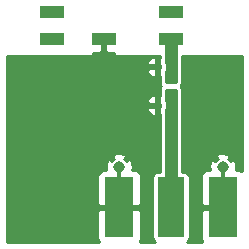
<source format=gbr>
G04 #@! TF.FileFunction,Copper,L1,Top,Signal*
%FSLAX46Y46*%
G04 Gerber Fmt 4.6, Leading zero omitted, Abs format (unit mm)*
G04 Created by KiCad (PCBNEW 4.0.5) date 02/24/17 03:06:36*
%MOMM*%
%LPD*%
G01*
G04 APERTURE LIST*
%ADD10C,0.127000*%
%ADD11R,0.600000X0.500000*%
%ADD12R,0.500000X0.600000*%
%ADD13R,2.290000X5.080000*%
%ADD14R,2.420000X5.080000*%
%ADD15C,0.970000*%
%ADD16R,0.460000X0.890000*%
%ADD17R,2.000000X1.000000*%
%ADD18C,0.355600*%
%ADD19C,0.254000*%
G04 APERTURE END LIST*
D10*
D11*
X13973900Y11684000D03*
X12873900Y11684000D03*
D12*
X13970000Y12746900D03*
X13970000Y13846900D03*
D11*
X13973900Y14909800D03*
X12873900Y14909800D03*
D13*
X13970000Y3042500D03*
D14*
X9590000Y3042500D03*
X18350000Y3042500D03*
D15*
X9590000Y6482500D03*
X18350000Y6482500D03*
D16*
X9590000Y6032500D03*
X18350000Y6032500D03*
D17*
X8265400Y17265000D03*
X13965400Y17265000D03*
X13965400Y19565000D03*
X3865400Y17265000D03*
X3865400Y19565000D03*
D18*
X8267700Y14909800D03*
X11823700Y14909800D03*
X4711700Y14909800D03*
X1155700Y14909800D03*
X11823700Y11684000D03*
X8267700Y11684000D03*
X4711700Y11684000D03*
X1155700Y11684000D03*
X17310100Y14909800D03*
X17310100Y11684000D03*
D19*
G36*
X8412400Y17138000D02*
X8392400Y17138000D01*
X8392400Y16288750D01*
X8551150Y16130000D01*
X9131300Y16130000D01*
X9131300Y15963900D01*
X9141306Y15914490D01*
X9169747Y15872865D01*
X9212141Y15845585D01*
X9258300Y15836900D01*
X13055600Y15836900D01*
X13055600Y15690750D01*
X13000900Y15636050D01*
X13000900Y15034800D01*
X13020900Y15034800D01*
X13020900Y14784800D01*
X13000900Y14784800D01*
X13000900Y14183550D01*
X13055600Y14128850D01*
X13055600Y13538200D01*
X13081656Y13399723D01*
X13148494Y13295854D01*
X13085617Y13203830D01*
X13055600Y13055600D01*
X13055600Y12464950D01*
X13000900Y12410250D01*
X13000900Y11809000D01*
X13020900Y11809000D01*
X13020900Y11559000D01*
X13000900Y11559000D01*
X13000900Y10957750D01*
X13055600Y10903050D01*
X13055600Y6022759D01*
X12825000Y6022759D01*
X12664985Y5992650D01*
X12518020Y5898081D01*
X12419427Y5753785D01*
X12384741Y5582500D01*
X12384741Y502500D01*
X12414850Y342485D01*
X12509419Y195520D01*
X12609702Y127000D01*
X11322525Y127000D01*
X11338327Y142802D01*
X11435000Y376191D01*
X11435000Y2756750D01*
X11276250Y2915500D01*
X9717000Y2915500D01*
X9717000Y2895500D01*
X9463000Y2895500D01*
X9463000Y2915500D01*
X7903750Y2915500D01*
X7745000Y2756750D01*
X7745000Y376191D01*
X7841673Y142802D01*
X7857475Y127000D01*
X127000Y127000D01*
X127000Y5708809D01*
X7745000Y5708809D01*
X7745000Y3328250D01*
X7903750Y3169500D01*
X9463000Y3169500D01*
X9463000Y3189500D01*
X9717000Y3189500D01*
X9717000Y3169500D01*
X11276250Y3169500D01*
X11435000Y3328250D01*
X11435000Y5708809D01*
X11338327Y5942198D01*
X11159699Y6120827D01*
X10926310Y6217500D01*
X10682129Y6217500D01*
X10723149Y6341064D01*
X10691018Y6785468D01*
X10582768Y7046808D01*
X10369200Y7082095D01*
X10241315Y6954210D01*
X10179699Y7015827D01*
X10012838Y7084943D01*
X10189595Y7261700D01*
X10154308Y7475268D01*
X9731436Y7615649D01*
X9287032Y7583518D01*
X9025692Y7475268D01*
X8990405Y7261700D01*
X9167162Y7084943D01*
X9000301Y7015827D01*
X8938685Y6954210D01*
X8810800Y7082095D01*
X8597232Y7046808D01*
X8456851Y6623936D01*
X8486237Y6217500D01*
X8253690Y6217500D01*
X8020301Y6120827D01*
X7841673Y5942198D01*
X7745000Y5708809D01*
X127000Y5708809D01*
X127000Y11400250D01*
X11938900Y11400250D01*
X11938900Y11307690D01*
X12035573Y11074301D01*
X12214202Y10895673D01*
X12447591Y10799000D01*
X12588150Y10799000D01*
X12746900Y10957750D01*
X12746900Y11559000D01*
X12097650Y11559000D01*
X11938900Y11400250D01*
X127000Y11400250D01*
X127000Y12060310D01*
X11938900Y12060310D01*
X11938900Y11967750D01*
X12097650Y11809000D01*
X12746900Y11809000D01*
X12746900Y12410250D01*
X12588150Y12569000D01*
X12447591Y12569000D01*
X12214202Y12472327D01*
X12035573Y12293699D01*
X11938900Y12060310D01*
X127000Y12060310D01*
X127000Y14626050D01*
X11938900Y14626050D01*
X11938900Y14533490D01*
X12035573Y14300101D01*
X12214202Y14121473D01*
X12447591Y14024800D01*
X12588150Y14024800D01*
X12746900Y14183550D01*
X12746900Y14784800D01*
X12097650Y14784800D01*
X11938900Y14626050D01*
X127000Y14626050D01*
X127000Y15286110D01*
X11938900Y15286110D01*
X11938900Y15193550D01*
X12097650Y15034800D01*
X12746900Y15034800D01*
X12746900Y15636050D01*
X12588150Y15794800D01*
X12447591Y15794800D01*
X12214202Y15698127D01*
X12035573Y15519499D01*
X11938900Y15286110D01*
X127000Y15286110D01*
X127000Y15836900D01*
X7264400Y15836900D01*
X7313810Y15846906D01*
X7355435Y15875347D01*
X7382715Y15917741D01*
X7391400Y15963900D01*
X7391400Y16130000D01*
X7979650Y16130000D01*
X8138400Y16288750D01*
X8138400Y17138000D01*
X8118400Y17138000D01*
X8118400Y17145000D01*
X8412400Y17145000D01*
X8412400Y17138000D01*
X8412400Y17138000D01*
G37*
X8412400Y17138000D02*
X8392400Y17138000D01*
X8392400Y16288750D01*
X8551150Y16130000D01*
X9131300Y16130000D01*
X9131300Y15963900D01*
X9141306Y15914490D01*
X9169747Y15872865D01*
X9212141Y15845585D01*
X9258300Y15836900D01*
X13055600Y15836900D01*
X13055600Y15690750D01*
X13000900Y15636050D01*
X13000900Y15034800D01*
X13020900Y15034800D01*
X13020900Y14784800D01*
X13000900Y14784800D01*
X13000900Y14183550D01*
X13055600Y14128850D01*
X13055600Y13538200D01*
X13081656Y13399723D01*
X13148494Y13295854D01*
X13085617Y13203830D01*
X13055600Y13055600D01*
X13055600Y12464950D01*
X13000900Y12410250D01*
X13000900Y11809000D01*
X13020900Y11809000D01*
X13020900Y11559000D01*
X13000900Y11559000D01*
X13000900Y10957750D01*
X13055600Y10903050D01*
X13055600Y6022759D01*
X12825000Y6022759D01*
X12664985Y5992650D01*
X12518020Y5898081D01*
X12419427Y5753785D01*
X12384741Y5582500D01*
X12384741Y502500D01*
X12414850Y342485D01*
X12509419Y195520D01*
X12609702Y127000D01*
X11322525Y127000D01*
X11338327Y142802D01*
X11435000Y376191D01*
X11435000Y2756750D01*
X11276250Y2915500D01*
X9717000Y2915500D01*
X9717000Y2895500D01*
X9463000Y2895500D01*
X9463000Y2915500D01*
X7903750Y2915500D01*
X7745000Y2756750D01*
X7745000Y376191D01*
X7841673Y142802D01*
X7857475Y127000D01*
X127000Y127000D01*
X127000Y5708809D01*
X7745000Y5708809D01*
X7745000Y3328250D01*
X7903750Y3169500D01*
X9463000Y3169500D01*
X9463000Y3189500D01*
X9717000Y3189500D01*
X9717000Y3169500D01*
X11276250Y3169500D01*
X11435000Y3328250D01*
X11435000Y5708809D01*
X11338327Y5942198D01*
X11159699Y6120827D01*
X10926310Y6217500D01*
X10682129Y6217500D01*
X10723149Y6341064D01*
X10691018Y6785468D01*
X10582768Y7046808D01*
X10369200Y7082095D01*
X10241315Y6954210D01*
X10179699Y7015827D01*
X10012838Y7084943D01*
X10189595Y7261700D01*
X10154308Y7475268D01*
X9731436Y7615649D01*
X9287032Y7583518D01*
X9025692Y7475268D01*
X8990405Y7261700D01*
X9167162Y7084943D01*
X9000301Y7015827D01*
X8938685Y6954210D01*
X8810800Y7082095D01*
X8597232Y7046808D01*
X8456851Y6623936D01*
X8486237Y6217500D01*
X8253690Y6217500D01*
X8020301Y6120827D01*
X7841673Y5942198D01*
X7745000Y5708809D01*
X127000Y5708809D01*
X127000Y11400250D01*
X11938900Y11400250D01*
X11938900Y11307690D01*
X12035573Y11074301D01*
X12214202Y10895673D01*
X12447591Y10799000D01*
X12588150Y10799000D01*
X12746900Y10957750D01*
X12746900Y11559000D01*
X12097650Y11559000D01*
X11938900Y11400250D01*
X127000Y11400250D01*
X127000Y12060310D01*
X11938900Y12060310D01*
X11938900Y11967750D01*
X12097650Y11809000D01*
X12746900Y11809000D01*
X12746900Y12410250D01*
X12588150Y12569000D01*
X12447591Y12569000D01*
X12214202Y12472327D01*
X12035573Y12293699D01*
X11938900Y12060310D01*
X127000Y12060310D01*
X127000Y14626050D01*
X11938900Y14626050D01*
X11938900Y14533490D01*
X12035573Y14300101D01*
X12214202Y14121473D01*
X12447591Y14024800D01*
X12588150Y14024800D01*
X12746900Y14183550D01*
X12746900Y14784800D01*
X12097650Y14784800D01*
X11938900Y14626050D01*
X127000Y14626050D01*
X127000Y15286110D01*
X11938900Y15286110D01*
X11938900Y15193550D01*
X12097650Y15034800D01*
X12746900Y15034800D01*
X12746900Y15636050D01*
X12588150Y15794800D01*
X12447591Y15794800D01*
X12214202Y15698127D01*
X12035573Y15519499D01*
X11938900Y15286110D01*
X127000Y15286110D01*
X127000Y15836900D01*
X7264400Y15836900D01*
X7313810Y15846906D01*
X7355435Y15875347D01*
X7382715Y15917741D01*
X7391400Y15963900D01*
X7391400Y16130000D01*
X7979650Y16130000D01*
X8138400Y16288750D01*
X8138400Y17138000D01*
X8118400Y17138000D01*
X8118400Y17145000D01*
X8412400Y17145000D01*
X8412400Y17138000D01*
G36*
X19964400Y6076126D02*
X19919699Y6120827D01*
X19686310Y6217500D01*
X19442129Y6217500D01*
X19483149Y6341064D01*
X19451018Y6785468D01*
X19342768Y7046808D01*
X19129200Y7082095D01*
X19001315Y6954210D01*
X18939699Y7015827D01*
X18772838Y7084943D01*
X18949595Y7261700D01*
X18914308Y7475268D01*
X18491436Y7615649D01*
X18047032Y7583518D01*
X17785692Y7475268D01*
X17750405Y7261700D01*
X17927162Y7084943D01*
X17760301Y7015827D01*
X17698685Y6954210D01*
X17570800Y7082095D01*
X17357232Y7046808D01*
X17216851Y6623936D01*
X17246237Y6217500D01*
X17013690Y6217500D01*
X16780301Y6120827D01*
X16601673Y5942198D01*
X16505000Y5708809D01*
X16505000Y3328250D01*
X16663750Y3169500D01*
X18223000Y3169500D01*
X18223000Y3189500D01*
X18477000Y3189500D01*
X18477000Y3169500D01*
X18497000Y3169500D01*
X18497000Y2915500D01*
X18477000Y2915500D01*
X18477000Y2895500D01*
X18223000Y2895500D01*
X18223000Y2915500D01*
X16663750Y2915500D01*
X16505000Y2756750D01*
X16505000Y376191D01*
X16601673Y142802D01*
X16617475Y127000D01*
X15328863Y127000D01*
X15421980Y186919D01*
X15520573Y331215D01*
X15555259Y502500D01*
X15555259Y5582500D01*
X15525150Y5742515D01*
X15430581Y5889480D01*
X15286285Y5988073D01*
X15115000Y6022759D01*
X14884400Y6022759D01*
X14884400Y13055600D01*
X14858344Y13194077D01*
X14791506Y13297946D01*
X14854383Y13389970D01*
X14884400Y13538200D01*
X14884400Y15836900D01*
X19964400Y15836900D01*
X19964400Y6076126D01*
X19964400Y6076126D01*
G37*
X19964400Y6076126D02*
X19919699Y6120827D01*
X19686310Y6217500D01*
X19442129Y6217500D01*
X19483149Y6341064D01*
X19451018Y6785468D01*
X19342768Y7046808D01*
X19129200Y7082095D01*
X19001315Y6954210D01*
X18939699Y7015827D01*
X18772838Y7084943D01*
X18949595Y7261700D01*
X18914308Y7475268D01*
X18491436Y7615649D01*
X18047032Y7583518D01*
X17785692Y7475268D01*
X17750405Y7261700D01*
X17927162Y7084943D01*
X17760301Y7015827D01*
X17698685Y6954210D01*
X17570800Y7082095D01*
X17357232Y7046808D01*
X17216851Y6623936D01*
X17246237Y6217500D01*
X17013690Y6217500D01*
X16780301Y6120827D01*
X16601673Y5942198D01*
X16505000Y5708809D01*
X16505000Y3328250D01*
X16663750Y3169500D01*
X18223000Y3169500D01*
X18223000Y3189500D01*
X18477000Y3189500D01*
X18477000Y3169500D01*
X18497000Y3169500D01*
X18497000Y2915500D01*
X18477000Y2915500D01*
X18477000Y2895500D01*
X18223000Y2895500D01*
X18223000Y2915500D01*
X16663750Y2915500D01*
X16505000Y2756750D01*
X16505000Y376191D01*
X16601673Y142802D01*
X16617475Y127000D01*
X15328863Y127000D01*
X15421980Y186919D01*
X15520573Y331215D01*
X15555259Y502500D01*
X15555259Y5582500D01*
X15525150Y5742515D01*
X15430581Y5889480D01*
X15286285Y5988073D01*
X15115000Y6022759D01*
X14884400Y6022759D01*
X14884400Y13055600D01*
X14858344Y13194077D01*
X14791506Y13297946D01*
X14854383Y13389970D01*
X14884400Y13538200D01*
X14884400Y15836900D01*
X19964400Y15836900D01*
X19964400Y6076126D01*
G36*
X14376400Y13665200D02*
X13563600Y13665200D01*
X13563600Y14465284D01*
X13579473Y14488515D01*
X13614159Y14659800D01*
X13614159Y15159800D01*
X13584050Y15319815D01*
X13563600Y15351595D01*
X13563600Y17145000D01*
X14376400Y17145000D01*
X14376400Y13665200D01*
X14376400Y13665200D01*
G37*
X14376400Y13665200D02*
X13563600Y13665200D01*
X13563600Y14465284D01*
X13579473Y14488515D01*
X13614159Y14659800D01*
X13614159Y15159800D01*
X13584050Y15319815D01*
X13563600Y15351595D01*
X13563600Y17145000D01*
X14376400Y17145000D01*
X14376400Y13665200D01*
G36*
X14376400Y3162300D02*
X13563600Y3162300D01*
X13563600Y11239484D01*
X13579473Y11262715D01*
X13614159Y11434000D01*
X13614159Y11934000D01*
X13584050Y12094015D01*
X13563600Y12125795D01*
X13563600Y12928600D01*
X14376400Y12928600D01*
X14376400Y3162300D01*
X14376400Y3162300D01*
G37*
X14376400Y3162300D02*
X13563600Y3162300D01*
X13563600Y11239484D01*
X13579473Y11262715D01*
X13614159Y11434000D01*
X13614159Y11934000D01*
X13584050Y12094015D01*
X13563600Y12125795D01*
X13563600Y12928600D01*
X14376400Y12928600D01*
X14376400Y3162300D01*
M02*

</source>
